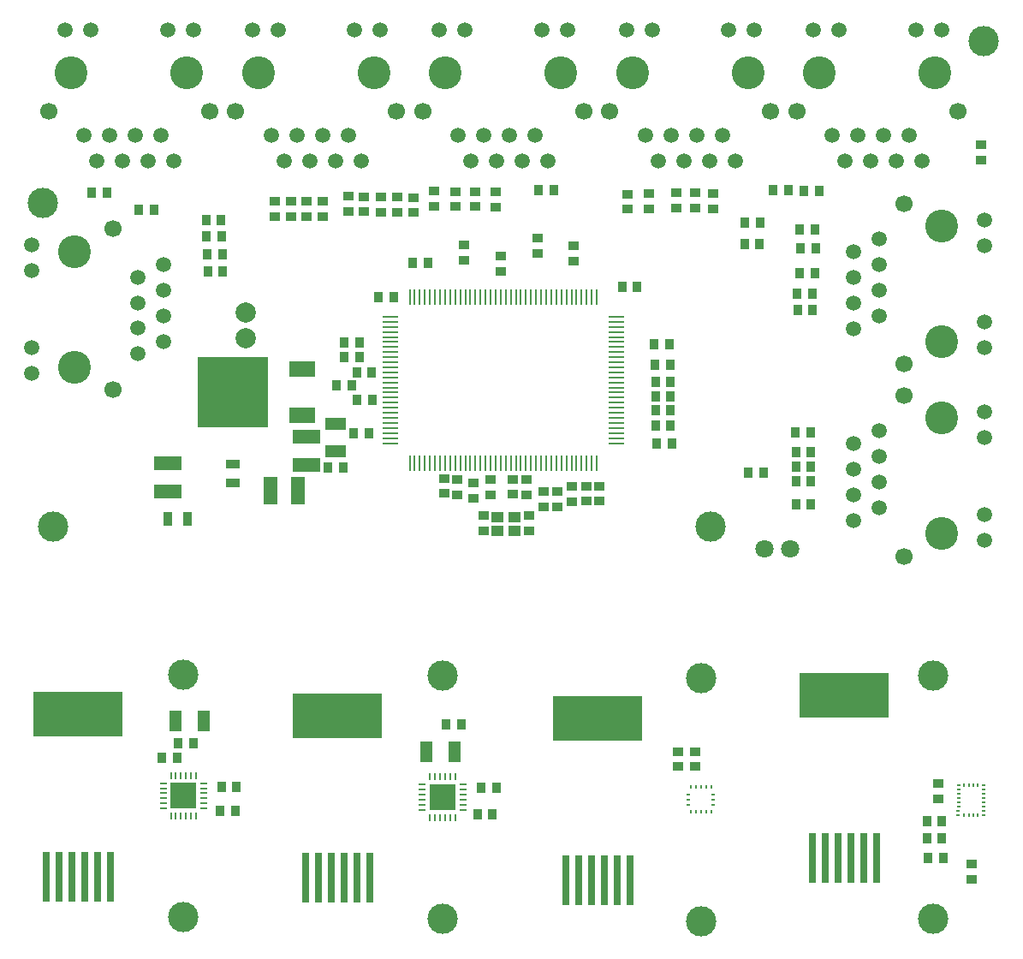
<source format=gts>
G04 #@! TF.FileFunction,Soldermask,Top*
%FSLAX46Y46*%
G04 Gerber Fmt 4.6, Leading zero omitted, Abs format (unit mm)*
G04 Created by KiCad (PCBNEW 4.0.6-e0-6349~53~ubuntu16.04.1) date Wed Aug 23 22:00:31 2017*
%MOMM*%
%LPD*%
G01*
G04 APERTURE LIST*
%ADD10C,0.150000*%
%ADD11R,1.397000X0.889000*%
%ADD12C,3.000000*%
%ADD13R,1.200000X1.100000*%
%ADD14R,0.889000X1.397000*%
%ADD15R,0.280000X1.500000*%
%ADD16R,1.500000X0.280000*%
%ADD17R,2.000000X1.250000*%
%ADD18C,2.000000*%
%ADD19R,2.500000X1.500000*%
%ADD20R,7.000000X7.000000*%
%ADD21C,1.800000*%
%ADD22R,0.899160X1.000760*%
%ADD23R,0.900000X1.000000*%
%ADD24R,1.000760X0.899160*%
%ADD25R,1.000000X0.900000*%
%ADD26R,2.700000X1.350000*%
%ADD27R,1.350000X2.700000*%
%ADD28R,0.760000X5.000000*%
%ADD29R,8.800000X4.500000*%
%ADD30R,2.499360X2.499360*%
%ADD31O,0.248920X0.800100*%
%ADD32O,0.800100X0.248920*%
%ADD33R,1.250000X2.000000*%
%ADD34R,0.250000X0.350000*%
%ADD35R,0.350000X0.250000*%
%ADD36C,1.500000*%
%ADD37C,3.250000*%
%ADD38C,1.700000*%
G04 APERTURE END LIST*
D10*
D11*
X108750000Y-100797500D03*
X108750000Y-102702500D03*
D12*
X91000000Y-107000000D03*
X90000000Y-75000000D03*
X156000000Y-107000000D03*
X183000000Y-59000000D03*
D13*
X134890000Y-107430000D03*
X136590000Y-107430000D03*
X134890000Y-106030000D03*
X136590000Y-106030000D03*
D14*
X104252500Y-106250000D03*
X102347500Y-106250000D03*
D15*
X144750000Y-84300000D03*
X144250000Y-84300000D03*
X143750000Y-84300000D03*
X143250000Y-84300000D03*
X142750000Y-84300000D03*
X142250000Y-84300000D03*
X141750000Y-84300000D03*
X141250000Y-84300000D03*
X140750000Y-84300000D03*
X140250000Y-84300000D03*
X139750000Y-84300000D03*
X139250000Y-84300000D03*
X138750000Y-84300000D03*
X138250000Y-84300000D03*
X137750000Y-84300000D03*
X137250000Y-84300000D03*
X136750000Y-84300000D03*
X136250000Y-84300000D03*
X135750000Y-84300000D03*
X135250000Y-84300000D03*
X134750000Y-84300000D03*
X134250000Y-84300000D03*
X133750000Y-84300000D03*
X133250000Y-84300000D03*
X132750000Y-84300000D03*
X132250000Y-84300000D03*
X131750000Y-84300000D03*
X131250000Y-84300000D03*
X130750000Y-84300000D03*
X130250000Y-84300000D03*
X129750000Y-84300000D03*
X129250000Y-84300000D03*
X128750000Y-84300000D03*
X128250000Y-84300000D03*
X127750000Y-84300000D03*
X127250000Y-84300000D03*
X126750000Y-84300000D03*
X126250000Y-84300000D03*
D16*
X124300000Y-86250000D03*
X124300000Y-86750000D03*
X124300000Y-87250000D03*
X124300000Y-87750000D03*
X124300000Y-88250000D03*
X124300000Y-88750000D03*
X124300000Y-89250000D03*
X124300000Y-89750000D03*
X124300000Y-90250000D03*
X124300000Y-90750000D03*
X124300000Y-91250000D03*
X124300000Y-91750000D03*
X124300000Y-92250000D03*
X124300000Y-92750000D03*
X124300000Y-93250000D03*
X124300000Y-93750000D03*
X124300000Y-94250000D03*
X124300000Y-94750000D03*
X124300000Y-95250000D03*
X124300000Y-95750000D03*
X124300000Y-96250000D03*
X124300000Y-96750000D03*
X124300000Y-97250000D03*
X124300000Y-97750000D03*
X124300000Y-98250000D03*
X124300000Y-98750000D03*
D15*
X126250000Y-100700000D03*
X126750000Y-100700000D03*
X127250000Y-100700000D03*
X127750000Y-100700000D03*
X128250000Y-100700000D03*
X128750000Y-100700000D03*
X129250000Y-100700000D03*
X129750000Y-100700000D03*
X130250000Y-100700000D03*
X130750000Y-100700000D03*
X131250000Y-100700000D03*
X131750000Y-100700000D03*
X132250000Y-100700000D03*
X132750000Y-100700000D03*
X133250000Y-100700000D03*
X133750000Y-100700000D03*
X134250000Y-100700000D03*
X134750000Y-100700000D03*
X135250000Y-100700000D03*
X135750000Y-100700000D03*
X136250000Y-100700000D03*
X136750000Y-100700000D03*
X137250000Y-100700000D03*
X137750000Y-100700000D03*
X138250000Y-100700000D03*
X138750000Y-100700000D03*
X139250000Y-100700000D03*
X139750000Y-100700000D03*
X140250000Y-100700000D03*
X140750000Y-100700000D03*
X141250000Y-100700000D03*
X141750000Y-100700000D03*
X142250000Y-100700000D03*
X142750000Y-100700000D03*
X143250000Y-100700000D03*
X143750000Y-100700000D03*
X144250000Y-100700000D03*
X144750000Y-100700000D03*
D16*
X146700000Y-98750000D03*
X146700000Y-98250000D03*
X146700000Y-97750000D03*
X146700000Y-97250000D03*
X146700000Y-96750000D03*
X146700000Y-96250000D03*
X146700000Y-95750000D03*
X146700000Y-95250000D03*
X146700000Y-94750000D03*
X146700000Y-94250000D03*
X146700000Y-93750000D03*
X146700000Y-93250000D03*
X146700000Y-92750000D03*
X146700000Y-92250000D03*
X146700000Y-91750000D03*
X146700000Y-91250000D03*
X146700000Y-90750000D03*
X146700000Y-90250000D03*
X146700000Y-89750000D03*
X146700000Y-89250000D03*
X146700000Y-88750000D03*
X146700000Y-88250000D03*
X146700000Y-87750000D03*
X146700000Y-87250000D03*
X146700000Y-86750000D03*
X146700000Y-86250000D03*
D17*
X118900000Y-96825000D03*
X118900000Y-99575000D03*
D18*
X110000000Y-88350000D03*
X110000000Y-85850000D03*
D19*
X115650000Y-96000000D03*
X115650000Y-91400000D03*
D20*
X108800000Y-93700000D03*
D21*
X161340160Y-109200000D03*
X163880160Y-109200000D03*
D22*
X100971840Y-75710000D03*
D23*
X99468160Y-75710000D03*
D22*
X96281840Y-73970000D03*
D23*
X94778160Y-73970000D03*
D24*
X126610000Y-75961840D03*
D25*
X126610000Y-74458160D03*
D22*
X140511840Y-73760000D03*
D23*
X139008160Y-73760000D03*
D24*
X156240000Y-74048160D03*
D25*
X156240000Y-75551840D03*
D22*
X164448160Y-101050000D03*
D23*
X165951840Y-101050000D03*
D24*
X133590000Y-105898160D03*
D25*
X133590000Y-107401840D03*
D24*
X138060000Y-105898160D03*
D25*
X138060000Y-107401840D03*
D22*
X151951840Y-88950000D03*
D23*
X150448160Y-88950000D03*
D24*
X182790000Y-70781840D03*
D25*
X182790000Y-69278160D03*
D22*
X119808160Y-88780000D03*
D23*
X121311840Y-88780000D03*
D22*
X152001840Y-90975000D03*
D23*
X150498160Y-90975000D03*
D22*
X123168160Y-84340000D03*
D23*
X124671840Y-84340000D03*
D22*
X152051840Y-92700000D03*
D23*
X150548160Y-92700000D03*
D22*
X152051840Y-97000000D03*
D23*
X150548160Y-97000000D03*
D24*
X131620000Y-79158160D03*
D25*
X131620000Y-80661840D03*
D24*
X142250000Y-104521840D03*
D25*
X142250000Y-103018160D03*
D24*
X135290000Y-80228160D03*
D25*
X135290000Y-81731840D03*
D24*
X137820000Y-103881840D03*
D25*
X137820000Y-102378160D03*
D24*
X138870000Y-78478160D03*
D25*
X138870000Y-79981840D03*
D24*
X134230000Y-103891840D03*
D25*
X134230000Y-102388160D03*
D24*
X142475000Y-79223160D03*
D25*
X142475000Y-80726840D03*
D24*
X129680000Y-103731840D03*
D25*
X129680000Y-102228160D03*
D22*
X148751840Y-83300000D03*
D23*
X147248160Y-83300000D03*
D22*
X118988160Y-93070000D03*
D23*
X120491840Y-93070000D03*
D22*
X164823160Y-81900000D03*
D23*
X166326840Y-81900000D03*
D22*
X120688160Y-97780000D03*
D23*
X122191840Y-97780000D03*
D22*
X126578160Y-80900000D03*
D23*
X128081840Y-80900000D03*
D22*
X122561840Y-94510000D03*
X121058160Y-94510000D03*
X121311840Y-90210000D03*
X119808160Y-90210000D03*
X150548160Y-94100000D03*
X152051840Y-94100000D03*
X106108160Y-76710000D03*
X107611840Y-76710000D03*
X107671840Y-78310000D03*
X106168160Y-78310000D03*
X106278160Y-81790000D03*
X107781840Y-81790000D03*
X107731840Y-80060000D03*
X106228160Y-80060000D03*
D24*
X117630000Y-74848160D03*
X117630000Y-76351840D03*
X116070000Y-76331840D03*
X116070000Y-74828160D03*
X112900000Y-74828160D03*
X112900000Y-76331840D03*
X114510000Y-76341840D03*
X114510000Y-74838160D03*
X125010000Y-74398160D03*
X125010000Y-75901840D03*
X123410000Y-75901840D03*
X123410000Y-74398160D03*
X120180000Y-74348160D03*
X120180000Y-75851840D03*
X121750000Y-75871840D03*
X121750000Y-74368160D03*
X134760000Y-73888160D03*
X134760000Y-75391840D03*
X132760000Y-75371840D03*
X132760000Y-73868160D03*
X128670000Y-73848160D03*
X128670000Y-75351840D03*
X130770000Y-75371840D03*
X130770000Y-73868160D03*
X154440000Y-74018160D03*
X154440000Y-75521840D03*
X152610000Y-75471840D03*
X152610000Y-73968160D03*
X147830000Y-74128160D03*
X147830000Y-75631840D03*
X149900000Y-75611840D03*
X149900000Y-74108160D03*
D22*
X159348160Y-79050000D03*
X160851840Y-79050000D03*
X160926840Y-76975000D03*
X159423160Y-76975000D03*
X152201840Y-98825000D03*
X150698160Y-98825000D03*
X162198160Y-73750000D03*
X163701840Y-73750000D03*
D24*
X143750000Y-104501840D03*
X143750000Y-102998160D03*
D22*
X166726840Y-73775000D03*
X165223160Y-73775000D03*
D24*
X140830000Y-105071840D03*
X140830000Y-103568160D03*
X145000000Y-104501840D03*
X145000000Y-102998160D03*
X139490000Y-105071840D03*
X139490000Y-103568160D03*
D22*
X120998160Y-91750000D03*
X122501840Y-91750000D03*
D24*
X136450000Y-103821840D03*
X136450000Y-102318160D03*
X132540000Y-104181840D03*
X132540000Y-102678160D03*
X130980000Y-103871840D03*
X130980000Y-102368160D03*
D22*
X164598160Y-85600000D03*
X166101840Y-85600000D03*
X166051840Y-84000000D03*
X164548160Y-84000000D03*
X164798160Y-77650000D03*
X166301840Y-77650000D03*
X166376840Y-79525000D03*
X164873160Y-79525000D03*
X164448160Y-104840000D03*
X165951840Y-104840000D03*
X165951840Y-102500000D03*
X164448160Y-102500000D03*
X164398160Y-97725000D03*
X165901840Y-97725000D03*
X165951840Y-99650000D03*
X164448160Y-99650000D03*
X118158160Y-101130000D03*
X119661840Y-101130000D03*
X152051840Y-95500000D03*
X150548160Y-95500000D03*
X161251840Y-101650000D03*
X159748160Y-101650000D03*
D26*
X102350000Y-100775000D03*
X102350000Y-103525000D03*
D27*
X112485000Y-103460000D03*
X115235000Y-103460000D03*
D26*
X116000000Y-98125000D03*
X116000000Y-100875000D03*
D28*
X90300000Y-141625000D03*
X92840000Y-141625000D03*
X95380000Y-141625000D03*
X94110000Y-141625000D03*
X96650000Y-141625000D03*
X91570000Y-141625000D03*
D29*
X93475000Y-125575000D03*
D30*
X103875000Y-133625000D03*
D31*
X102625320Y-135623980D03*
X103125700Y-135623980D03*
X103626080Y-135623980D03*
X104123920Y-135623980D03*
X104624300Y-135623980D03*
X105124680Y-135623980D03*
D32*
X105873980Y-134874680D03*
X105873980Y-134374300D03*
X105873980Y-133873920D03*
X105873980Y-133376080D03*
X105873980Y-132875700D03*
X105873980Y-132375320D03*
D31*
X105124680Y-131626020D03*
X104624300Y-131626020D03*
X104123920Y-131626020D03*
X103626080Y-131626020D03*
X103125700Y-131626020D03*
X102625320Y-131626020D03*
D32*
X101876020Y-132375320D03*
X101876020Y-132875700D03*
X101876020Y-133376080D03*
X101876020Y-133873920D03*
X101876020Y-134374300D03*
X101876020Y-134874680D03*
D12*
X103875000Y-145625000D03*
X103875000Y-121625000D03*
D22*
X109026840Y-135125000D03*
D23*
X107523160Y-135125000D03*
D22*
X103226840Y-129825000D03*
D23*
X101723160Y-129825000D03*
D22*
X109126840Y-132725000D03*
D23*
X107623160Y-132725000D03*
D22*
X103323160Y-128425000D03*
D23*
X104826840Y-128425000D03*
D33*
X105850000Y-126225000D03*
X103100000Y-126225000D03*
D28*
X115925000Y-141750000D03*
X118465000Y-141750000D03*
X121005000Y-141750000D03*
X119735000Y-141750000D03*
X122275000Y-141750000D03*
X117195000Y-141750000D03*
D29*
X119100000Y-125700000D03*
D12*
X129500000Y-145750000D03*
X129500000Y-121750000D03*
D30*
X129500000Y-133750000D03*
D31*
X128250320Y-135748980D03*
X128750700Y-135748980D03*
X129251080Y-135748980D03*
X129748920Y-135748980D03*
X130249300Y-135748980D03*
X130749680Y-135748980D03*
D32*
X131498980Y-134999680D03*
X131498980Y-134499300D03*
X131498980Y-133998920D03*
X131498980Y-133501080D03*
X131498980Y-133000700D03*
X131498980Y-132500320D03*
D31*
X130749680Y-131751020D03*
X130249300Y-131751020D03*
X129748920Y-131751020D03*
X129251080Y-131751020D03*
X128750700Y-131751020D03*
X128250320Y-131751020D03*
D32*
X127501020Y-132500320D03*
X127501020Y-133000700D03*
X127501020Y-133501080D03*
X127501020Y-133998920D03*
X127501020Y-134499300D03*
X127501020Y-134999680D03*
D22*
X129848160Y-126550000D03*
D23*
X131351840Y-126550000D03*
D22*
X134851840Y-132850000D03*
D23*
X133348160Y-132850000D03*
D22*
X134451840Y-135450000D03*
D23*
X132948160Y-135450000D03*
D33*
X130675000Y-129250000D03*
X127925000Y-129250000D03*
D28*
X141675000Y-142000000D03*
X144215000Y-142000000D03*
X146755000Y-142000000D03*
X145485000Y-142000000D03*
X148025000Y-142000000D03*
X142945000Y-142000000D03*
D29*
X144850000Y-125950000D03*
D34*
X156050000Y-132775000D03*
X155550000Y-132775000D03*
D35*
X153825000Y-133500000D03*
D34*
X154050000Y-132775000D03*
X154050000Y-135225000D03*
X156050000Y-135225000D03*
X154550000Y-135225000D03*
D35*
X153825000Y-134500000D03*
D34*
X155050000Y-135225000D03*
X155550000Y-135225000D03*
X154550000Y-132775000D03*
X155050000Y-132775000D03*
D35*
X153825000Y-134000000D03*
X156275000Y-134000000D03*
X156275000Y-133500000D03*
X156275000Y-134500000D03*
D12*
X155050000Y-146000000D03*
X155050000Y-122000000D03*
D24*
X154500000Y-129248160D03*
D25*
X154500000Y-130751840D03*
D24*
X152750000Y-129248160D03*
D25*
X152750000Y-130751840D03*
D28*
X166075000Y-139750000D03*
X168615000Y-139750000D03*
X171155000Y-139750000D03*
X169885000Y-139750000D03*
X172425000Y-139750000D03*
X167345000Y-139750000D03*
D29*
X169250000Y-123700000D03*
D35*
X180525000Y-132545000D03*
X180500000Y-135555000D03*
X182975000Y-132545000D03*
X182975000Y-135555000D03*
X182975000Y-133835000D03*
X182975000Y-132975000D03*
X182975000Y-133405000D03*
X180525000Y-132975000D03*
D34*
X182395000Y-132575000D03*
X181965000Y-132575000D03*
D35*
X180525000Y-133835000D03*
X180525000Y-133405000D03*
X180500000Y-135125000D03*
D34*
X182395000Y-135525000D03*
X181105000Y-135525000D03*
D35*
X180525000Y-134695000D03*
D34*
X181535000Y-135525000D03*
X181965000Y-135525000D03*
X181105000Y-132575000D03*
X181535000Y-132575000D03*
D35*
X180525000Y-134265000D03*
X182975000Y-134695000D03*
X182975000Y-134265000D03*
X182975000Y-135125000D03*
D24*
X178550000Y-132398160D03*
D25*
X178550000Y-133901840D03*
D22*
X178901840Y-136150000D03*
D23*
X177398160Y-136150000D03*
D22*
X177498160Y-139750000D03*
D23*
X179001840Y-139750000D03*
D24*
X181850000Y-141901840D03*
D25*
X181850000Y-140398160D03*
D22*
X178901840Y-137850000D03*
D23*
X177398160Y-137850000D03*
D12*
X178000000Y-145750000D03*
X178000000Y-121750000D03*
D36*
X183110000Y-108325000D03*
X183110000Y-105785000D03*
X183110000Y-98215000D03*
X183110000Y-95675000D03*
X172650000Y-97560000D03*
X172650000Y-102630000D03*
X172650000Y-100100000D03*
X172650000Y-105170000D03*
X170110000Y-98820000D03*
X170110000Y-103900000D03*
X170110000Y-101360000D03*
D37*
X178867920Y-96285000D03*
X178867920Y-107715000D03*
D38*
X175100000Y-109950000D03*
X175100000Y-94050000D03*
D36*
X170110000Y-106440000D03*
X183110000Y-89325000D03*
X183110000Y-86785000D03*
X183110000Y-79215000D03*
X183110000Y-76675000D03*
X172650000Y-78560000D03*
X172650000Y-83630000D03*
X172650000Y-81100000D03*
X172650000Y-86170000D03*
X170110000Y-79820000D03*
X170110000Y-84900000D03*
X170110000Y-82360000D03*
D37*
X178867920Y-77285000D03*
X178867920Y-88715000D03*
D38*
X175100000Y-90950000D03*
X175100000Y-75050000D03*
D36*
X170110000Y-87440000D03*
X178825000Y-57890000D03*
X176285000Y-57890000D03*
X168715000Y-57890000D03*
X166175000Y-57890000D03*
X168060000Y-68350000D03*
X173130000Y-68350000D03*
X170600000Y-68350000D03*
X175670000Y-68350000D03*
X169320000Y-70890000D03*
X174400000Y-70890000D03*
X171860000Y-70890000D03*
D37*
X166785000Y-62132080D03*
X178215000Y-62132080D03*
D38*
X180450000Y-65900000D03*
X164550000Y-65900000D03*
D36*
X176940000Y-70890000D03*
X160325000Y-57890000D03*
X157785000Y-57890000D03*
X150215000Y-57890000D03*
X147675000Y-57890000D03*
X149560000Y-68350000D03*
X154630000Y-68350000D03*
X152100000Y-68350000D03*
X157170000Y-68350000D03*
X150820000Y-70890000D03*
X155900000Y-70890000D03*
X153360000Y-70890000D03*
D37*
X148285000Y-62132080D03*
X159715000Y-62132080D03*
D38*
X161950000Y-65900000D03*
X146050000Y-65900000D03*
D36*
X158440000Y-70890000D03*
X141825000Y-57890000D03*
X139285000Y-57890000D03*
X131715000Y-57890000D03*
X129175000Y-57890000D03*
X131060000Y-68350000D03*
X136130000Y-68350000D03*
X133600000Y-68350000D03*
X138670000Y-68350000D03*
X132320000Y-70890000D03*
X137400000Y-70890000D03*
X134860000Y-70890000D03*
D37*
X129785000Y-62132080D03*
X141215000Y-62132080D03*
D38*
X143450000Y-65900000D03*
X127550000Y-65900000D03*
D36*
X139940000Y-70890000D03*
X123325000Y-57890000D03*
X120785000Y-57890000D03*
X113215000Y-57890000D03*
X110675000Y-57890000D03*
X112560000Y-68350000D03*
X117630000Y-68350000D03*
X115100000Y-68350000D03*
X120170000Y-68350000D03*
X113820000Y-70890000D03*
X118900000Y-70890000D03*
X116360000Y-70890000D03*
D37*
X111285000Y-62132080D03*
X122715000Y-62132080D03*
D38*
X124950000Y-65900000D03*
X109050000Y-65900000D03*
D36*
X121440000Y-70890000D03*
X104825000Y-57890000D03*
X102285000Y-57890000D03*
X94715000Y-57890000D03*
X92175000Y-57890000D03*
X94060000Y-68350000D03*
X99130000Y-68350000D03*
X96600000Y-68350000D03*
X101670000Y-68350000D03*
X95320000Y-70890000D03*
X100400000Y-70890000D03*
X97860000Y-70890000D03*
D37*
X92785000Y-62132080D03*
X104215000Y-62132080D03*
D38*
X106450000Y-65900000D03*
X90550000Y-65900000D03*
D36*
X102940000Y-70890000D03*
X88890000Y-79175000D03*
X88890000Y-81715000D03*
X88890000Y-89285000D03*
X88890000Y-91825000D03*
X99350000Y-89940000D03*
X99350000Y-84870000D03*
X99350000Y-87400000D03*
X99350000Y-82330000D03*
X101890000Y-88680000D03*
X101890000Y-83600000D03*
X101890000Y-86140000D03*
D37*
X93132080Y-91215000D03*
X93132080Y-79785000D03*
D38*
X96900000Y-77550000D03*
X96900000Y-93450000D03*
D36*
X101890000Y-81060000D03*
M02*

</source>
